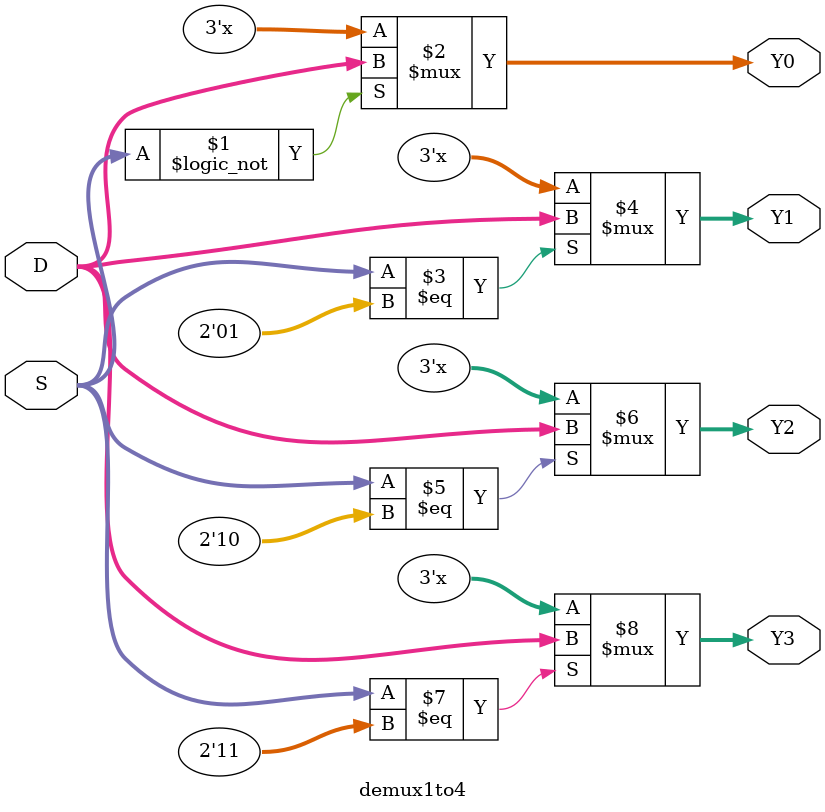
<source format=v>
`timescale 1ns / 1ps


module trans4to4(
    output  [2:0] Y0,Y1,Y2,Y3,
    input   [2:0] D0,D1,D2,D3,
    input   [1:0] S
); 
// add your code here
// in order to facilitate the module reuse, we write other 2 moddule first
    wire [2:0] bus;
    wire [2:0] out0,out1,out2,out3;
    mux4to1 mux4to1_u0(
        .Y(bus),
        .D0(D0),
        .D1(D1),
        .D2(D2),
        .D3(D3),
        .S(S)
    );
    demux1to4 demux1to4_u0(
        .Y0(out0),
        .Y1(out1),
        .Y2(out2),
        .Y3(out3),
        .D(bus),
        .S(S)
    );
    assign Y0 = out0;
    assign Y1 = out1;
    assign Y2 = out2;
    assign Y3 = out3;

endmodule

module mux4to1(
    output  [2:0] Y,
    input   [2:0] D0,D1,D2,D3,
    input   [1:0] S
);
    assign Y = (S == 2'b00) ? D0 : 
               (S == 2'b01) ? D1 : 
               (S == 2'b10) ? D2 : 
               (S == 2'b11) ? D3 : 3'bzzz;
endmodule

module demux1to4(
    output [2:0] Y0,Y1,Y2,Y3,
    input  [2:0] D,
    input  [1:0] S
);
    assign Y0 = (S == 2'b00) ? D : 3'bzzz;
    assign Y1 = (S == 2'b01) ? D : 3'bzzz;
    assign Y2 = (S == 2'b10) ? D : 3'bzzz;
    assign Y3 = (S == 2'b11) ? D : 3'bzzz;
endmodule
</source>
